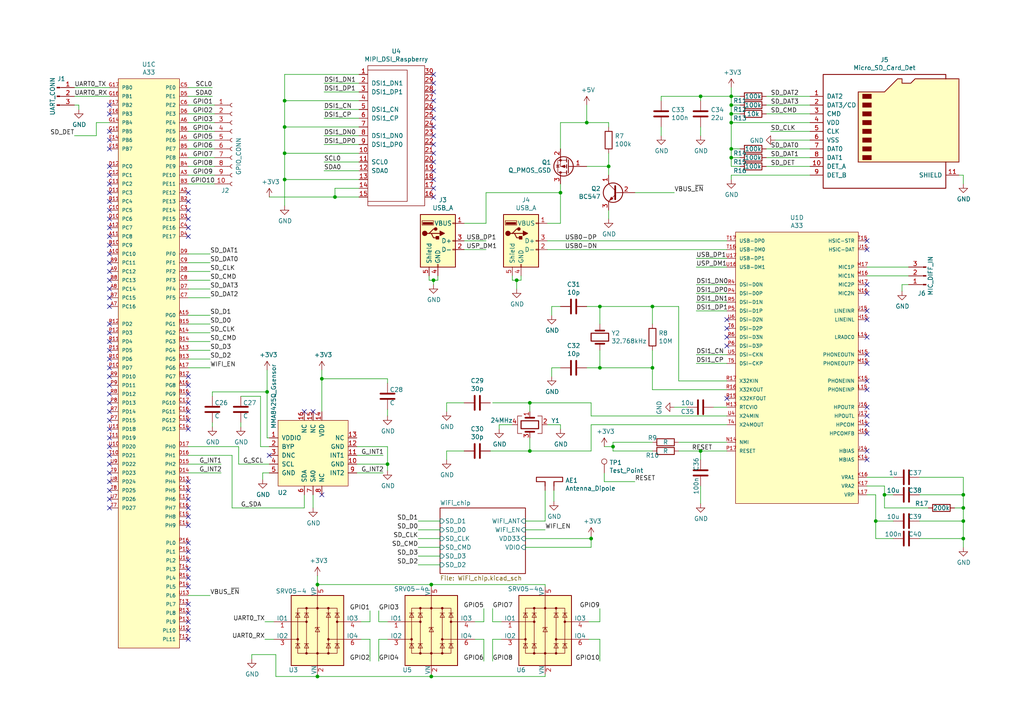
<source format=kicad_sch>
(kicad_sch (version 20211123) (generator eeschema)
  (paper "A4")
  (junction (at 212.09 30.48))
  (junction (at 162.56 55.88))
  (junction (at 82.55 36.83))
  (junction (at 212.09 33.02))
  (junction (at 203.2 27.94))
  (junction (at 176.53 48.26))
  (junction (at 189.23 88.9))
  (junction (at 125.095 196.215))
  (junction (at 92.075 196.215))
  (junction (at 112.395 134.62))
  (junction (at 279.4 156.21))
  (junction (at 212.09 45.72))
  (junction (at 203.2 130.81))
  (junction (at 177.8 129.54))
  (junction (at 173.99 106.68))
  (junction (at 93.345 109.855))
  (junction (at 125.095 169.545))
  (junction (at 77.47 113.665))
  (junction (at 149.86 81.28))
  (junction (at 170.18 35.56))
  (junction (at 82.55 52.07))
  (junction (at 97.155 57.15))
  (junction (at 212.09 35.56))
  (junction (at 153.67 130.81))
  (junction (at 212.09 27.94))
  (junction (at 173.99 88.9))
  (junction (at 212.09 43.18))
  (junction (at 92.075 169.545))
  (junction (at 279.4 143.51))
  (junction (at 125.73 81.28))
  (junction (at 189.23 106.68))
  (junction (at 254 151.13))
  (junction (at 153.67 116.84))
  (junction (at 279.4 147.32))
  (junction (at 82.55 44.45))
  (junction (at 171.45 156.21))
  (junction (at 256.54 143.51))
  (junction (at 82.55 29.21))
  (junction (at 279.4 151.13))
  (no_connect (at 125.73 21.59))
  (no_connect (at 54.61 185.42))
  (no_connect (at 54.61 116.84))
  (no_connect (at 31.75 106.68))
  (no_connect (at 125.73 24.13))
  (no_connect (at 251.46 92.71))
  (no_connect (at 90.805 119.38))
  (no_connect (at 251.46 123.19))
  (no_connect (at 93.345 143.51))
  (no_connect (at 125.73 34.29))
  (no_connect (at 31.75 116.84))
  (no_connect (at 31.75 96.52))
  (no_connect (at 54.61 142.24))
  (no_connect (at 31.75 147.32))
  (no_connect (at 31.75 58.42))
  (no_connect (at 31.75 81.28))
  (no_connect (at 31.75 78.74))
  (no_connect (at 251.46 105.41))
  (no_connect (at 31.75 73.66))
  (no_connect (at 54.61 63.5))
  (no_connect (at 31.75 33.02))
  (no_connect (at 54.61 111.76))
  (no_connect (at 125.73 29.21))
  (no_connect (at 251.46 130.81))
  (no_connect (at 31.75 129.54))
  (no_connect (at 31.75 60.96))
  (no_connect (at 54.61 119.38))
  (no_connect (at 31.75 50.8))
  (no_connect (at 31.75 93.98))
  (no_connect (at 54.61 162.56))
  (no_connect (at 54.61 121.92))
  (no_connect (at 54.61 149.86))
  (no_connect (at 31.75 83.82))
  (no_connect (at 78.105 132.08))
  (no_connect (at 54.61 66.04))
  (no_connect (at 125.73 31.75))
  (no_connect (at 31.75 48.26))
  (no_connect (at 31.75 142.24))
  (no_connect (at 125.73 44.45))
  (no_connect (at 251.46 133.35))
  (no_connect (at 31.75 76.2))
  (no_connect (at 31.75 111.76))
  (no_connect (at 31.75 40.64))
  (no_connect (at 31.75 43.18))
  (no_connect (at 31.75 124.46))
  (no_connect (at 54.61 58.42))
  (no_connect (at 54.61 114.3))
  (no_connect (at 125.73 57.15))
  (no_connect (at 54.61 157.48))
  (no_connect (at 251.46 72.39))
  (no_connect (at 251.46 125.73))
  (no_connect (at 54.61 175.26))
  (no_connect (at 210.82 115.57))
  (no_connect (at 251.46 85.09))
  (no_connect (at 54.61 55.88))
  (no_connect (at 54.61 109.22))
  (no_connect (at 210.82 100.33))
  (no_connect (at 31.75 144.78))
  (no_connect (at 54.61 68.58))
  (no_connect (at 88.265 119.38))
  (no_connect (at 31.75 63.5))
  (no_connect (at 54.61 160.02))
  (no_connect (at 31.75 38.1))
  (no_connect (at 251.46 113.03))
  (no_connect (at 125.73 54.61))
  (no_connect (at 31.75 101.6))
  (no_connect (at 31.75 132.08))
  (no_connect (at 54.61 170.18))
  (no_connect (at 251.46 90.17))
  (no_connect (at 54.61 180.34))
  (no_connect (at 125.73 49.53))
  (no_connect (at 251.46 102.87))
  (no_connect (at 31.75 119.38))
  (no_connect (at 210.82 95.25))
  (no_connect (at 31.75 88.9))
  (no_connect (at 31.75 53.34))
  (no_connect (at 54.61 165.1))
  (no_connect (at 54.61 167.64))
  (no_connect (at 210.82 97.79))
  (no_connect (at 251.46 110.49))
  (no_connect (at 54.61 152.4))
  (no_connect (at 54.61 147.32))
  (no_connect (at 31.75 134.62))
  (no_connect (at 251.46 120.65))
  (no_connect (at 31.75 66.04))
  (no_connect (at 210.82 92.71))
  (no_connect (at 251.46 69.85))
  (no_connect (at 31.75 71.12))
  (no_connect (at 125.73 41.91))
  (no_connect (at 31.75 86.36))
  (no_connect (at 54.61 182.88))
  (no_connect (at 31.75 104.14))
  (no_connect (at 251.46 118.11))
  (no_connect (at 31.75 30.48))
  (no_connect (at 54.61 139.7))
  (no_connect (at 125.73 26.67))
  (no_connect (at 125.73 52.07))
  (no_connect (at 31.75 114.3))
  (no_connect (at 125.73 46.99))
  (no_connect (at 31.75 99.06))
  (no_connect (at 54.61 124.46))
  (no_connect (at 31.75 68.58))
  (no_connect (at 31.75 139.7))
  (no_connect (at 125.73 39.37))
  (no_connect (at 31.75 55.88))
  (no_connect (at 54.61 144.78))
  (no_connect (at 54.61 177.8))
  (no_connect (at 54.61 60.96))
  (no_connect (at 31.75 121.92))
  (no_connect (at 251.46 97.79))
  (no_connect (at 31.75 137.16))
  (no_connect (at 31.75 127))
  (no_connect (at 31.75 109.22))
  (no_connect (at 125.73 36.83))
  (no_connect (at 251.46 82.55))
  (wire (pts (xy 158.115 170.18) (xy 158.115 169.545)))
  (wire (pts (xy 153.67 127) (xy 153.67 130.81)))
  (wire (pts (xy 104.775 180.34) (xy 107.315 180.34)))
  (wire (pts (xy 224.79 40.64) (xy 234.95 40.64)))
  (wire (pts (xy 214.63 27.94) (xy 212.09 27.94)))
  (wire (pts (xy 92.075 169.545) (xy 92.075 170.18)))
  (wire (pts (xy 212.09 45.72) (xy 212.09 48.26)))
  (wire (pts (xy 142.875 116.84) (xy 153.67 116.84)))
  (wire (pts (xy 54.61 48.26) (xy 62.23 48.26)))
  (wire (pts (xy 212.09 25.4) (xy 212.09 27.94)))
  (wire (pts (xy 145.415 185.42) (xy 142.875 185.42)))
  (wire (pts (xy 107.315 185.42) (xy 107.315 191.77)))
  (wire (pts (xy 88.265 143.51) (xy 88.265 147.32)))
  (wire (pts (xy 93.345 107.315) (xy 93.345 109.855)))
  (wire (pts (xy 212.09 48.26) (xy 214.63 48.26)))
  (wire (pts (xy 104.14 54.61) (xy 97.155 54.61)))
  (wire (pts (xy 203.2 140.97) (xy 203.2 146.05)))
  (wire (pts (xy 54.61 129.54) (xy 69.215 129.54)))
  (wire (pts (xy 21.59 25.4) (xy 31.75 25.4)))
  (wire (pts (xy 222.25 33.02) (xy 234.95 33.02)))
  (wire (pts (xy 104.14 46.99) (xy 93.98 46.99)))
  (wire (pts (xy 222.25 48.26) (xy 234.95 48.26)))
  (wire (pts (xy 203.2 36.83) (xy 203.2 39.37)))
  (wire (pts (xy 77.47 107.315) (xy 77.47 113.665)))
  (wire (pts (xy 158.75 69.85) (xy 210.82 69.85)))
  (wire (pts (xy 184.15 139.7) (xy 175.26 139.7)))
  (wire (pts (xy 210.82 110.49) (xy 196.85 110.49)))
  (wire (pts (xy 77.47 127) (xy 78.105 127)))
  (wire (pts (xy 256.54 147.32) (xy 269.24 147.32)))
  (wire (pts (xy 175.26 139.7) (xy 175.26 137.16)))
  (wire (pts (xy 170.815 180.34) (xy 173.99 180.34)))
  (wire (pts (xy 189.23 128.27) (xy 177.8 128.27)))
  (wire (pts (xy 214.63 33.02) (xy 212.09 33.02)))
  (wire (pts (xy 171.45 116.84) (xy 153.67 116.84)))
  (wire (pts (xy 129.54 133.35) (xy 129.54 130.81)))
  (wire (pts (xy 162.56 55.88) (xy 162.56 64.77)))
  (wire (pts (xy 112.395 118.745) (xy 112.395 120.65)))
  (wire (pts (xy 177.8 129.54) (xy 177.8 130.81)))
  (wire (pts (xy 82.55 29.21) (xy 104.14 29.21)))
  (wire (pts (xy 127.635 151.13) (xy 121.285 151.13)))
  (wire (pts (xy 109.855 185.42) (xy 109.855 191.77)))
  (wire (pts (xy 137.795 180.34) (xy 140.335 180.34)))
  (wire (pts (xy 144.78 123.19) (xy 144.78 124.46)))
  (wire (pts (xy 158.75 72.39) (xy 210.82 72.39)))
  (wire (pts (xy 80.01 196.215) (xy 92.075 196.215)))
  (wire (pts (xy 210.82 128.27) (xy 196.85 128.27)))
  (wire (pts (xy 210.82 82.55) (xy 201.93 82.55)))
  (wire (pts (xy 61.595 114.935) (xy 61.595 113.665)))
  (wire (pts (xy 54.61 96.52) (xy 60.96 96.52)))
  (wire (pts (xy 124.46 81.28) (xy 125.73 81.28)))
  (wire (pts (xy 203.2 133.35) (xy 203.2 130.81)))
  (wire (pts (xy 104.14 49.53) (xy 93.98 49.53)))
  (wire (pts (xy 54.61 76.2) (xy 60.96 76.2)))
  (wire (pts (xy 76.2 137.16) (xy 76.2 139.065)))
  (wire (pts (xy 54.61 50.8) (xy 62.23 50.8)))
  (wire (pts (xy 210.82 130.81) (xy 203.2 130.81)))
  (wire (pts (xy 129.54 116.84) (xy 134.62 116.84)))
  (wire (pts (xy 54.61 137.16) (xy 64.135 137.16)))
  (wire (pts (xy 254 156.21) (xy 259.08 156.21)))
  (wire (pts (xy 152.4 158.75) (xy 171.45 158.75)))
  (wire (pts (xy 214.63 43.18) (xy 212.09 43.18)))
  (wire (pts (xy 234.95 38.1) (xy 223.52 38.1)))
  (wire (pts (xy 112.395 180.34) (xy 109.855 180.34)))
  (wire (pts (xy 97.155 54.61) (xy 97.155 57.15)))
  (wire (pts (xy 134.62 64.77) (xy 140.97 64.77)))
  (wire (pts (xy 127.635 163.83) (xy 121.285 163.83)))
  (wire (pts (xy 69.85 123.825) (xy 69.85 122.555)))
  (wire (pts (xy 214.63 45.72) (xy 212.09 45.72)))
  (wire (pts (xy 191.77 27.94) (xy 191.77 29.21)))
  (wire (pts (xy 82.55 36.83) (xy 104.14 36.83)))
  (wire (pts (xy 104.14 39.37) (xy 93.98 39.37)))
  (wire (pts (xy 104.14 26.67) (xy 93.98 26.67)))
  (wire (pts (xy 279.4 50.8) (xy 279.4 53.34)))
  (wire (pts (xy 152.4 153.67) (xy 158.115 153.67)))
  (wire (pts (xy 82.55 21.59) (xy 104.14 21.59)))
  (wire (pts (xy 112.395 129.54) (xy 112.395 134.62)))
  (wire (pts (xy 162.56 53.34) (xy 162.56 55.88)))
  (wire (pts (xy 170.18 30.48) (xy 170.18 35.56)))
  (wire (pts (xy 279.4 143.51) (xy 279.4 147.32)))
  (wire (pts (xy 142.875 176.53) (xy 142.875 180.34)))
  (wire (pts (xy 54.61 27.94) (xy 61.595 27.94)))
  (wire (pts (xy 129.54 119.38) (xy 129.54 116.84)))
  (wire (pts (xy 251.46 140.97) (xy 256.54 140.97)))
  (wire (pts (xy 173.99 88.9) (xy 189.23 88.9)))
  (wire (pts (xy 170.18 106.68) (xy 173.99 106.68)))
  (wire (pts (xy 107.315 177.165) (xy 107.315 180.34)))
  (wire (pts (xy 203.2 130.81) (xy 196.85 130.81)))
  (wire (pts (xy 171.45 123.19) (xy 171.45 130.81)))
  (wire (pts (xy 125.095 196.215) (xy 158.115 196.215)))
  (wire (pts (xy 148.59 81.28) (xy 149.86 81.28)))
  (wire (pts (xy 177.8 129.54) (xy 175.26 129.54)))
  (wire (pts (xy 134.62 69.85) (xy 140.97 69.85)))
  (wire (pts (xy 54.61 40.64) (xy 62.23 40.64)))
  (wire (pts (xy 54.61 134.62) (xy 64.135 134.62)))
  (wire (pts (xy 73.025 189.865) (xy 80.01 189.865)))
  (wire (pts (xy 127.635 153.67) (xy 121.285 153.67)))
  (wire (pts (xy 256.54 143.51) (xy 256.54 147.32)))
  (wire (pts (xy 184.15 55.88) (xy 195.58 55.88)))
  (wire (pts (xy 134.62 72.39) (xy 140.97 72.39)))
  (wire (pts (xy 104.14 24.13) (xy 93.98 24.13)))
  (wire (pts (xy 173.99 176.53) (xy 173.99 180.34)))
  (wire (pts (xy 162.56 35.56) (xy 170.18 35.56)))
  (wire (pts (xy 54.61 104.14) (xy 60.96 104.14)))
  (wire (pts (xy 210.82 74.93) (xy 201.93 74.93)))
  (wire (pts (xy 69.215 129.54) (xy 69.215 134.62)))
  (wire (pts (xy 210.82 77.47) (xy 201.93 77.47)))
  (wire (pts (xy 214.63 30.48) (xy 212.09 30.48)))
  (wire (pts (xy 54.61 78.74) (xy 60.96 78.74)))
  (wire (pts (xy 279.4 138.43) (xy 279.4 143.51)))
  (wire (pts (xy 82.55 59.69) (xy 82.55 52.07)))
  (wire (pts (xy 173.99 106.68) (xy 189.23 106.68)))
  (wire (pts (xy 251.46 138.43) (xy 259.08 138.43)))
  (wire (pts (xy 21.59 27.94) (xy 31.75 27.94)))
  (wire (pts (xy 103.505 132.08) (xy 111.125 132.08)))
  (wire (pts (xy 210.82 113.03) (xy 189.23 113.03)))
  (wire (pts (xy 212.09 50.8) (xy 234.95 50.8)))
  (wire (pts (xy 176.53 35.56) (xy 176.53 36.83)))
  (wire (pts (xy 196.85 110.49) (xy 196.85 88.9)))
  (wire (pts (xy 54.61 81.28) (xy 60.96 81.28)))
  (wire (pts (xy 54.61 83.82) (xy 60.96 83.82)))
  (wire (pts (xy 140.97 55.88) (xy 162.56 55.88)))
  (wire (pts (xy 27.94 39.37) (xy 27.94 35.56)))
  (wire (pts (xy 171.45 130.81) (xy 153.67 130.81)))
  (wire (pts (xy 54.61 45.72) (xy 62.23 45.72)))
  (wire (pts (xy 54.61 35.56) (xy 62.23 35.56)))
  (wire (pts (xy 82.55 29.21) (xy 82.55 21.59)))
  (wire (pts (xy 171.45 120.65) (xy 171.45 116.84)))
  (wire (pts (xy 152.4 156.21) (xy 171.45 156.21)))
  (wire (pts (xy 21.59 39.37) (xy 27.94 39.37)))
  (wire (pts (xy 276.86 147.32) (xy 279.4 147.32)))
  (wire (pts (xy 158.115 142.24) (xy 158.115 151.13)))
  (wire (pts (xy 54.61 33.02) (xy 62.23 33.02)))
  (wire (pts (xy 266.7 156.21) (xy 279.4 156.21)))
  (wire (pts (xy 177.8 128.27) (xy 177.8 129.54)))
  (wire (pts (xy 177.8 130.81) (xy 189.23 130.81)))
  (wire (pts (xy 266.7 143.51) (xy 279.4 143.51)))
  (wire (pts (xy 170.18 88.9) (xy 173.99 88.9)))
  (wire (pts (xy 61.595 113.665) (xy 77.47 113.665)))
  (wire (pts (xy 170.815 185.42) (xy 173.99 185.42)))
  (wire (pts (xy 104.14 31.75) (xy 93.98 31.75)))
  (wire (pts (xy 173.99 93.98) (xy 173.99 88.9)))
  (wire (pts (xy 54.61 106.68) (xy 60.96 106.68)))
  (wire (pts (xy 27.94 35.56) (xy 31.75 35.56)))
  (wire (pts (xy 261.62 84.455) (xy 261.62 82.55)))
  (wire (pts (xy 142.24 130.81) (xy 153.67 130.81)))
  (wire (pts (xy 127.635 158.75) (xy 121.285 158.75)))
  (wire (pts (xy 212.09 52.07) (xy 212.09 50.8)))
  (wire (pts (xy 145.415 180.34) (xy 142.875 180.34)))
  (wire (pts (xy 54.61 73.66) (xy 60.96 73.66)))
  (wire (pts (xy 261.62 82.55) (xy 263.525 82.55)))
  (wire (pts (xy 266.7 138.43) (xy 279.4 138.43)))
  (wire (pts (xy 92.075 167.005) (xy 92.075 169.545)))
  (wire (pts (xy 212.09 35.56) (xy 234.95 35.56)))
  (wire (pts (xy 125.095 170.18) (xy 125.095 169.545)))
  (wire (pts (xy 125.095 169.545) (xy 92.075 169.545)))
  (wire (pts (xy 189.23 88.9) (xy 196.85 88.9)))
  (wire (pts (xy 75.565 114.935) (xy 69.85 114.935)))
  (wire (pts (xy 127 81.28) (xy 127 80.01)))
  (wire (pts (xy 149.86 81.28) (xy 151.13 81.28)))
  (wire (pts (xy 210.82 102.87) (xy 201.93 102.87)))
  (wire (pts (xy 162.56 106.68) (xy 160.02 106.68)))
  (wire (pts (xy 212.09 33.02) (xy 212.09 35.56)))
  (wire (pts (xy 104.14 34.29) (xy 93.98 34.29)))
  (wire (pts (xy 254 143.51) (xy 254 151.13)))
  (wire (pts (xy 75.565 129.54) (xy 75.565 114.935)))
  (wire (pts (xy 82.55 52.07) (xy 82.55 44.45)))
  (wire (pts (xy 54.61 25.4) (xy 61.595 25.4)))
  (wire (pts (xy 160.02 88.9) (xy 160.02 91.44)))
  (wire (pts (xy 112.395 185.42) (xy 109.855 185.42)))
  (wire (pts (xy 73.025 191.135) (xy 73.025 189.865)))
  (wire (pts (xy 129.54 130.81) (xy 134.62 130.81)))
  (wire (pts (xy 140.335 176.53) (xy 140.335 180.34)))
  (wire (pts (xy 158.75 123.19) (xy 162.56 123.19)))
  (wire (pts (xy 78.105 129.54) (xy 75.565 129.54)))
  (wire (pts (xy 69.215 134.62) (xy 78.105 134.62)))
  (wire (pts (xy 212.09 30.48) (xy 212.09 27.94)))
  (wire (pts (xy 195.58 118.11) (xy 199.39 118.11)))
  (wire (pts (xy 191.77 36.83) (xy 191.77 39.37)))
  (wire (pts (xy 266.7 151.13) (xy 279.4 151.13)))
  (wire (pts (xy 256.54 140.97) (xy 256.54 143.51)))
  (wire (pts (xy 54.61 101.6) (xy 60.96 101.6)))
  (wire (pts (xy 171.45 156.21) (xy 171.45 155.575)))
  (wire (pts (xy 189.23 113.03) (xy 189.23 106.68)))
  (wire (pts (xy 160.02 106.68) (xy 160.02 109.22)))
  (wire (pts (xy 151.13 81.28) (xy 151.13 80.01)))
  (wire (pts (xy 148.59 123.19) (xy 144.78 123.19)))
  (wire (pts (xy 137.795 185.42) (xy 140.335 185.42)))
  (wire (pts (xy 212.09 35.56) (xy 212.09 43.18)))
  (wire (pts (xy 251.46 77.47) (xy 263.525 77.47)))
  (wire (pts (xy 104.775 185.42) (xy 107.315 185.42)))
  (wire (pts (xy 210.82 87.63) (xy 201.93 87.63)))
  (wire (pts (xy 54.61 43.18) (xy 62.23 43.18)))
  (wire (pts (xy 67.31 147.32) (xy 88.265 147.32)))
  (wire (pts (xy 78.105 137.16) (xy 76.2 137.16)))
  (wire (pts (xy 160.655 145.415) (xy 160.655 142.24)))
  (wire (pts (xy 176.53 60.96) (xy 176.53 63.5)))
  (wire (pts (xy 153.67 119.38) (xy 153.67 116.84)))
  (wire (pts (xy 80.01 189.865) (xy 80.01 196.215)))
  (wire (pts (xy 278.13 50.8) (xy 279.4 50.8)))
  (wire (pts (xy 189.23 88.9) (xy 189.23 93.98)))
  (wire (pts (xy 158.115 196.215) (xy 158.115 195.58)))
  (wire (pts (xy 103.505 129.54) (xy 112.395 129.54)))
  (wire (pts (xy 140.97 64.77) (xy 140.97 55.88)))
  (wire (pts (xy 222.25 30.48) (xy 234.95 30.48)))
  (wire (pts (xy 21.59 30.48) (xy 22.86 30.48)))
  (wire (pts (xy 158.115 169.545) (xy 125.095 169.545)))
  (wire (pts (xy 171.45 158.75) (xy 171.45 156.21)))
  (wire (pts (xy 82.55 44.45) (xy 104.14 44.45)))
  (wire (pts (xy 256.54 143.51) (xy 259.08 143.51)))
  (wire (pts (xy 67.31 132.08) (xy 54.61 132.08)))
  (wire (pts (xy 93.345 109.855) (xy 112.395 109.855)))
  (wire (pts (xy 112.395 134.62) (xy 112.395 136.525)))
  (wire (pts (xy 140.335 185.42) (xy 140.335 191.77)))
  (wire (pts (xy 92.075 195.58) (xy 92.075 196.215)))
  (wire (pts (xy 54.61 53.34) (xy 62.23 53.34)))
  (wire (pts (xy 212.09 43.18) (xy 212.09 45.72)))
  (wire (pts (xy 279.4 156.21) (xy 279.4 158.75)))
  (wire (pts (xy 251.46 80.01) (xy 263.525 80.01)))
  (wire (pts (xy 203.2 27.94) (xy 212.09 27.94)))
  (wire (pts (xy 171.45 123.19) (xy 210.82 123.19)))
  (wire (pts (xy 212.09 33.02) (xy 212.09 30.48)))
  (wire (pts (xy 125.73 82.55) (xy 125.73 81.28)))
  (wire (pts (xy 279.4 147.32) (xy 279.4 151.13)))
  (wire (pts (xy 104.14 52.07) (xy 82.55 52.07)))
  (wire (pts (xy 173.99 101.6) (xy 173.99 106.68)))
  (wire (pts (xy 152.4 151.13) (xy 158.115 151.13)))
  (wire (pts (xy 82.55 36.83) (xy 82.55 29.21)))
  (wire (pts (xy 127.635 161.29) (xy 121.285 161.29)))
  (wire (pts (xy 203.2 27.94) (xy 191.77 27.94)))
  (wire (pts (xy 171.45 120.65) (xy 210.82 120.65)))
  (wire (pts (xy 54.61 91.44) (xy 60.96 91.44)))
  (wire (pts (xy 54.61 172.72) (xy 60.96 172.72)))
  (wire (pts (xy 279.4 151.13) (xy 279.4 156.21)))
  (wire (pts (xy 254 151.13) (xy 254 156.21)))
  (wire (pts (xy 54.61 99.06) (xy 60.96 99.06)))
  (wire (pts (xy 93.345 119.38) (xy 93.345 109.855)))
  (wire (pts (xy 97.155 57.15) (xy 104.14 57.15)))
  (wire (pts (xy 210.82 90.17) (xy 201.93 90.17)))
  (wire (pts (xy 142.875 191.77) (xy 142.875 185.42)))
  (wire (pts (xy 61.595 122.555) (xy 61.595 123.825)))
  (wire (pts (xy 112.395 109.855) (xy 112.395 111.125)))
  (wire (pts (xy 54.61 38.1) (xy 62.23 38.1)))
  (wire (pts (xy 162.56 64.77) (xy 158.75 64.77)))
  (wire (pts (xy 222.25 27.94) (xy 234.95 27.94)))
  (wire (pts (xy 162.56 43.18) (xy 162.56 35.56)))
  (wire (pts (xy 109.855 177.165) (xy 109.855 180.34)))
  (wire (pts (xy 162.56 123.19) (xy 162.56 124.46)))
  (wire (pts (xy 148.59 80.01) (xy 148.59 81.28)))
  (wire (pts (xy 189.23 106.68) (xy 189.23 101.6)))
  (wire (pts (xy 103.505 134.62) (xy 112.395 134.62)))
  (wire (pts (xy 54.61 93.98) (xy 60.96 93.98)))
  (wire (pts (xy 103.505 137.16) (xy 111.125 137.16)))
  (wire (pts (xy 176.53 48.26) (xy 176.53 50.8)))
  (wire (pts (xy 254 151.13) (xy 259.08 151.13)))
  (wire (pts (xy 92.075 196.215) (xy 125.095 196.215)))
  (wire (pts (xy 22.86 30.48) (xy 22.86 31.75)))
  (wire (pts (xy 251.46 143.51) (xy 254 143.51)))
  (wire (pts (xy 79.375 185.42) (xy 76.835 185.42)))
  (wire (pts (xy 125.73 81.28) (xy 127 81.28)))
  (wire (pts (xy 104.14 41.91) (xy 93.98 41.91)))
  (wire (pts (xy 125.095 195.58) (xy 125.095 196.215)))
  (wire (pts (xy 170.18 48.26) (xy 176.53 48.26)))
  (wire (pts (xy 176.53 44.45) (xy 176.53 48.26)))
  (wire (pts (xy 210.82 85.09) (xy 201.93 85.09)))
  (wire (pts (xy 79.375 180.34) (xy 76.835 180.34)))
  (wire (pts (xy 149.86 83.82) (xy 149.86 81.28)))
  (wire (pts (xy 203.2 29.21) (xy 203.2 27.94)))
  (wire (pts (xy 90.805 143.51) (xy 90.805 147.32)))
  (wire (pts (xy 210.82 105.41) (xy 201.93 105.41)))
  (wire (pts (xy 67.31 132.08) (xy 67.31 147.32)))
  (wire (pts (xy 77.47 113.665) (xy 77.47 127)))
  (wire (pts (xy 170.18 35.56) (xy 176.53 35.56)))
  (wire (pts (xy 54.61 86.36) (xy 60.96 86.36)))
  (wire (pts (xy 124.46 80.01) (xy 124.46 81.28)))
  (wire (pts (xy 127.635 156.21) (xy 121.285 156.21)))
  (wire (pts (xy 82.55 44.45) (xy 82.55 36.83)))
  (wire (pts (xy 173.99 191.77) (xy 173.99 185.42)))
  (wire (pts (xy 222.25 43.18) (xy 234.95 43.18)))
  (wire (pts (xy 222.25 45.72) (xy 234.95 45.72)))
  (wire (pts (xy 162.56 88.9) (xy 160.02 88.9)))
  (wire (pts (xy 78.105 57.15) (xy 97.155 57.15)))
  (wire (pts (xy 54.61 30.48) (xy 62.23 30.48)))
  (wire (pts (xy 210.82 118.11) (xy 207.01 118.11)))
  (label "VBUS_~{EN}" (at 60.96 172.72 0))
  (label "GPIO7" (at 142.875 176.53 0))
  (label "USB_DP1" (at 135.255 69.85 0))
  (label "UART0_TX" (at 76.835 180.34 180))
  (label "USB_DP1" (at 201.93 74.93 0))
  (label "UART0_RX" (at 76.835 185.42 180))
  (label "DSI1_DP1" (at 93.98 26.67 0))
  (label "DSI1_DN0" (at 201.93 82.55 0))
  (label "SD_DAT2" (at 60.96 86.36 0))
  (label "SD_DET" (at 223.52 48.26 0))
  (label "VBUS_~{EN}" (at 195.58 55.88 0))
  (label "DSI1_DN1" (at 201.93 87.63 0))
  (label "GPIO6" (at 140.335 191.77 180))
  (label "DSI1_DP0" (at 201.93 85.09 0))
  (label "SD_DAT0" (at 60.96 76.2 0))
  (label "GPIO1" (at 107.315 177.165 180))
  (label "DSI1_DP0" (at 93.98 41.91 0))
  (label "UART0_RX" (at 21.59 27.94 0))
  (label "GPIO10" (at 55.245 53.34 0))
  (label "SD_CMD" (at 60.96 99.06 0))
  (label "SD_DET" (at 21.59 39.37 180))
  (label "UART0_TX" (at 21.59 25.4 0))
  (label "WIFI_EN" (at 158.115 153.67 0))
  (label "RESET" (at 184.15 139.7 0))
  (label "SD_DAT1" (at 60.96 73.66 0))
  (label "G_INT2" (at 104.775 137.16 0))
  (label "SD_CLK" (at 60.96 78.74 0))
  (label "G_INT2" (at 57.785 137.16 0))
  (label "DSI1_DN1" (at 93.98 24.13 0))
  (label "DSI1_CP" (at 93.98 34.29 0))
  (label "WIFI_EN" (at 60.96 106.68 0))
  (label "SCL0" (at 93.98 46.99 0))
  (label "DSI1_CN" (at 201.93 102.87 0))
  (label "SD_DAT1" (at 223.52 45.72 0))
  (label "SD_D1" (at 60.96 91.44 0))
  (label "USB0-DN" (at 163.83 72.39 0))
  (label "USB0-DP" (at 163.83 69.85 0))
  (label "GPIO4" (at 109.855 191.77 0))
  (label "RESET" (at 200.66 130.81 0))
  (label "SD_D1" (at 121.285 151.13 180))
  (label "SD_D3" (at 121.285 161.29 180))
  (label "SD_D3" (at 60.96 101.6 0))
  (label "SDA0" (at 93.98 49.53 0))
  (label "SD_DAT3" (at 60.96 83.82 0))
  (label "SD_D0" (at 121.285 153.67 180))
  (label "SD_DAT0" (at 223.52 43.18 0))
  (label "GPIO1" (at 55.88 30.48 0))
  (label "GPIO3" (at 109.855 177.165 0))
  (label "SD_CLK" (at 60.96 96.52 0))
  (label "SD_DAT2" (at 223.52 27.94 0))
  (label "G_INT1" (at 104.775 132.08 0))
  (label "SD_CMD" (at 60.96 81.28 0))
  (label "SD_CLK" (at 223.52 38.1 0))
  (label "SD_CMD" (at 223.52 33.02 0))
  (label "GPIO10" (at 173.99 191.77 180))
  (label "USP_DM1" (at 135.255 72.39 0))
  (label "SD_D0" (at 60.96 93.98 0))
  (label "GPIO6" (at 55.88 43.18 0))
  (label "GPIO5" (at 140.335 176.53 180))
  (label "USP_DM1" (at 201.93 77.47 0))
  (label "GPIO2" (at 55.88 33.02 0))
  (label "DSI1_DN0" (at 93.98 39.37 0))
  (label "GPIO8" (at 142.875 191.77 0))
  (label "GPIO9" (at 55.88 50.8 0))
  (label "GPIO9" (at 173.99 176.53 180))
  (label "DSI1_DP1" (at 201.93 90.17 0))
  (label "SD_CMD" (at 121.285 158.75 180))
  (label "G_SCL" (at 70.485 134.62 0))
  (label "SD_D2" (at 121.285 163.83 180))
  (label "GPIO5" (at 55.88 40.64 0))
  (label "GPIO4" (at 55.88 38.1 0))
  (label "SCL0" (at 61.595 25.4 180))
  (label "SD_D2" (at 60.96 104.14 0))
  (label "SD_DAT3" (at 223.52 30.48 0))
  (label "GPIO3" (at 55.88 35.56 0))
  (label "G_SDA" (at 69.85 147.32 0))
  (label "SDA0" (at 61.595 27.94 180))
  (label "G_INT1" (at 57.785 134.62 0))
  (label "GPIO2" (at 107.315 191.77 180))
  (label "GPIO7" (at 55.88 45.72 0))
  (label "GPIO8" (at 55.88 48.26 0))
  (label "SD_CLK" (at 121.285 156.21 180))
  (label "DSI1_CN" (at 93.98 31.75 0))
  (label "DSI1_CP" (at 201.93 105.41 0))
  (symbol (lib_id "Linux-capable-PCB-KiCAD-rescue:R-device") (at 218.44 27.94 270) (unit 1)
    (property "Reference" "R11" (at 214.63 29.21 90))
    (property "Value" "100k" (at 218.44 27.94 90))
    (property "Footprint" "Resistor_SMD:R_0603_1608Metric" (effects hide))
  )
  (symbol (lib_id "Linux-capable-PCB-KiCAD-rescue:R-device") (at 218.44 30.48 270) (unit 1)
    (property "Reference" "R12" (at 214.63 31.75 90))
    (property "Value" "100k" (at 218.44 30.48 90))
    (property "Footprint" "Resistor_SMD:R_0603_1608Metric" (effects hide))
  )
  (symbol (lib_id "Linux-capable-PCB-KiCAD-rescue:R-device") (at 218.44 33.02 270) (unit 1)
    (property "Reference" "R13" (at 214.63 34.29 90))
    (property "Value" "10k" (at 218.44 33.02 90))
    (property "Footprint" "Resistor_SMD:R_0603_1608Metric" (effects hide))
  )
  (symbol (lib_id "Linux-capable-PCB-KiCAD-rescue:R-device") (at 218.44 48.26 270) (unit 1)
    (property "Reference" "R16" (at 214.63 49.53 90))
    (property "Value" "100k" (at 218.44 48.26 90))
    (property "Footprint" "Resistor_SMD:R_0603_1608Metric" (effects hide))
  )
  (symbol (lib_id "Linux-capable-PCB-KiCAD-rescue:R-device") (at 218.44 45.72 270) (unit 1)
    (property "Reference" "R15" (at 214.63 46.99 90))
    (property "Value" "100k" (at 218.44 45.72 90))
    (property "Footprint" "Resistor_SMD:R_0603_1608Metric" (effects hide))
  )
  (symbol (lib_id "Linux-capable-PCB-KiCAD-rescue:R-device") (at 218.44 43.18 270) (unit 1)
    (property "Reference" "R14" (at 214.63 44.45 90))
    (property "Value" "100k" (at 218.44 43.18 90))
    (property "Footprint" "Resistor_SMD:R_0603_1608Metric" (effects hide))
  )
  (symbol (lib_id "Linux-capable-PCB-KiCAD-rescue:C-device") (at 203.2 33.02 0) (unit 1)
    (property "Reference" "C34" (at 206.121 31.8516 0) (effects (justify left)))
    (property "Value" "22u" (at 206.121 34.163 0) (effects (justify left)))
    (property "Footprint" "Capacitor_SMD:C_0603_1608Metric" (effects hide))
  )
  (symbol (lib_id "Linux-capable-PCB-KiCAD-rescue:C-device") (at 191.77 33.02 0) (unit 1)
    (property "Reference" "C33" (at 194.691 31.8516 0) (effects (justify left)))
    (property "Value" "100n" (at 194.691 34.163 0) (effects (justify left)))
    (property "Footprint" "Capacitor_SMD:C_0603_1608Metric" (effects hide))
  )
  (symbol (lib_id "power:GND") (at 212.09 52.07 0) (unit 1)
    (property "Reference" "#PWR0145" (effects hide))
    (property "Value" "GND" (at 212.217 56.4642 0))
  )
  (symbol (lib_id "power:GND") (at 224.79 40.64 270) (unit 1)
    (property "Reference" "#PWR0146" (effects hide))
    (property "Value" "GND" (at 221.5388 40.767 90) (effects (justify right)))
  )
  (symbol (lib_id "power:GND") (at 191.77 39.37 0) (unit 1)
    (property "Reference" "#PWR0147" (effects hide))
    (property "Value" "GND" (at 191.897 43.7642 0))
  )
  (symbol (lib_id "power:GND") (at 203.2 39.37 0) (unit 1)
    (property "Reference" "#PWR0148" (effects hide))
    (property "Value" "GND" (at 203.327 43.7642 0))
  )
  (symbol (lib_id "power:GND") (at 279.4 53.34 0) (unit 1)
    (property "Reference" "#PWR0149" (effects hide))
    (property "Value" "GND" (at 279.527 57.7342 0))
  )
  (symbol (lib_id "Linux-capable-PCB-KiCAD-rescue:C-device") (at 262.89 138.43 270) (unit 1)
    (property "Reference" "C37" (at 265.43 137.16 90))
    (property "Value" "1u" (at 259.08 137.16 90))
    (property "Footprint" "Capacitor_SMD:C_0603_1608Metric" (effects hide))
  )
  (symbol (lib_id "Linux-capable-PCB-KiCAD-rescue:C-device") (at 262.89 143.51 270) (unit 1)
    (property "Reference" "C38" (at 265.43 142.24 90))
    (property "Value" "10u" (at 259.08 142.24 90))
    (property "Footprint" "Capacitor_SMD:C_0603_1608Metric" (effects hide))
  )
  (symbol (lib_id "Linux-capable-PCB-KiCAD-rescue:C-device") (at 262.89 151.13 270) (unit 1)
    (property "Reference" "C39" (at 265.43 149.86 90))
    (property "Value" "10u" (at 259.08 149.86 90))
    (property "Footprint" "Capacitor_SMD:C_0603_1608Metric" (effects hide))
  )
  (symbol (lib_id "Linux-capable-PCB-KiCAD-rescue:C-device") (at 262.89 156.21 270) (unit 1)
    (property "Reference" "C40" (at 265.43 154.94 90))
    (property "Value" "100n" (at 259.08 154.94 90))
    (property "Footprint" "Capacitor_SMD:C_0603_1608Metric" (effects hide))
  )
  (symbol (lib_id "Linux-capable-PCB-KiCAD-rescue:R-device") (at 273.05 147.32 270) (unit 1)
    (property "Reference" "R17" (at 267.335 146.05 90))
    (property "Value" "200k" (at 273.05 147.32 90))
    (property "Footprint" "Resistor_SMD:R_0603_1608Metric" (effects hide))
  )
  (symbol (lib_id "Connector:Conn_01x03_Male") (at 16.51 27.94 0) (unit 1)
    (property "Reference" "J1" (at 17.78 22.86 0))
    (property "Value" "UART_CONN" (at 15.24 27.94 90))
    (property "Footprint" "Connector_PinHeader_2.54mm:PinHeader_1x03_P2.54mm_Vertical" (effects hide))
  )
  (symbol (lib_id "power:GND") (at 279.4 158.75 0) (unit 1)
    (property "Reference" "#PWR0150" (effects hide))
    (property "Value" "GND" (at 279.527 163.1442 0))
  )
  (symbol (lib_id "power:GND") (at 22.86 31.75 0) (unit 1)
    (property "Reference" "#PWR0151" (effects hide))
    (property "Value" "GND" (at 22.987 36.1442 0))
  )
  (symbol (lib_id "Linux-capable-PCB-KiCAD-rescue:USB_A-Connector") (at 151.13 69.85 0)
    (property "Reference" "J4" (at 152.5778 57.9882 0))
    (property "Value" "USB_A" (at 152.5778 60.2996 0))
    (property "Footprint" "Connector_USB:USB_Micro-B_Molex-105017-0001" (effects hide))
  )
  (symbol (lib_id "power:GND") (at 149.86 83.82 0) (unit 1)
    (property "Reference" "#PWR0152" (effects hide))
    (property "Value" "GND" (at 149.987 88.2142 0))
  )
  (symbol (lib_id "Linux-capable-PCB-KiCAD-rescue:Q_PMOS_GSD-device") (at 165.1 48.26 180) (unit 1)
    (property "Reference" "Q1" (at 159.893 47.0916 0) (effects (justify left)))
    (property "Value" "Q_PMOS_GSD" (at 159.893 49.403 0) (effects (justify left)))
  )
  (symbol (lib_id "Linux-capable-PCB-KiCAD-rescue:BC547-Transistor") (at 179.07 55.88 0) (mirror y) (unit 1)
    (property "Reference" "Q2" (at 174.2186 54.7116 0) (effects (justify left)))
    (property "Value" "BC547" (at 174.2186 57.023 0) (effects (justify left)))
    (property "Footprint" "TO_SOT_Packages_THT:TO-92_Molded_Narrow" (effects hide))
    (property "Datasheet" "http://www.fairchildsemi.com/ds/BC/BC547.pdf" (effects hide))
  )
  (symbol (lib_id "power:GND") (at 176.53 63.5 0) (unit 1)
    (property "Reference" "#PWR0153" (effects hide))
    (property "Value" "GND" (at 176.657 67.8942 0))
  )
  (symbol (lib_id "Linux-capable-PCB-KiCAD-rescue:R-device") (at 176.53 40.64 180) (unit 1)
    (property "Reference" "R7" (at 178.308 39.4716 0) (effects (justify right)))
    (property "Value" "100k" (at 178.308 41.783 0) (effects (justify right)))
    (property "Footprint" "Resistor_SMD:R_0603_1608Metric" (effects hide))
  )
  (symbol (lib_id "power:+5V") (at 170.18 30.48 0) (unit 1)
    (property "Reference" "#PWR0154" (effects hide))
    (property "Value" "+5V" (at 170.561 26.0858 0))
  )
  (symbol (lib_id "Linux-capable-PCB-KiCAD-rescue:C-device") (at 203.2 137.16 0) (unit 1)
    (property "Reference" "C36" (at 201.93 134.62 90))
    (property "Value" "100n" (at 201.93 140.97 90))
    (property "Footprint" "Capacitor_SMD:C_0603_1608Metric" (effects hide))
  )
  (symbol (lib_id "power:GND") (at 203.2 146.05 0) (unit 1)
    (property "Reference" "#PWR0155" (effects hide))
    (property "Value" "GND" (at 203.327 150.4442 0))
  )
  (symbol (lib_id "Linux-capable-PCB-KiCAD-rescue:R-device") (at 193.04 130.81 270) (unit 1)
    (property "Reference" "R10" (at 189.23 132.08 90))
    (property "Value" "R" (at 193.04 130.81 90))
    (property "Footprint" "Resistor_SMD:R_0603_1608Metric" (effects hide))
  )
  (symbol (lib_id "Linux-capable-PCB-KiCAD-rescue:R-device") (at 193.04 128.27 270) (unit 1)
    (property "Reference" "R9" (at 189.23 127 90))
    (property "Value" "R" (at 193.04 128.27 90))
    (property "Footprint" "Resistor_SMD:R_0603_1608Metric" (effects hide))
  )
  (symbol (lib_id "power:+3V3") (at 175.26 129.54 0) (unit 1)
    (property "Reference" "#PWR0156" (effects hide))
    (property "Value" "+3V3" (at 175.641 125.1458 0))
  )
  (symbol (lib_id "Linux-capable-PCB-KiCAD-rescue:Test_Point-Connector") (at 175.26 137.16 0) (unit 1)
    (property "Reference" "TP1" (at 176.7332 134.1628 0) (effects (justify left)))
    (property "Value" "Test_Point" (at 176.7332 136.4742 0) (effects (justify left)))
    (property "Footprint" "TestPoint:TestPoint_Pad_1.0x1.0mm" (effects hide))
  )
  (symbol (lib_id "Linux-capable-PCB-KiCAD-rescue:C-device") (at 203.2 118.11 270) (unit 1)
    (property "Reference" "C35" (at 199.39 119.38 90))
    (property "Value" "10u" (at 199.39 116.84 90))
    (property "Footprint" "Capacitor_SMD:C_0603_1608Metric" (effects hide))
  )
  (symbol (lib_id "power:GND") (at 195.58 118.11 270) (unit 1)
    (property "Reference" "#PWR0157" (effects hide))
    (property "Value" "GND" (at 191.1858 118.237 0))
  )
  (symbol (lib_id "Linux-capable-PCB-KiCAD-rescue:Crystal_GND24-device") (at 153.67 123.19 270) (unit 1)
    (property "Reference" "Y1" (at 159.8676 122.0216 90) (effects (justify left)))
    (property "Value" "24MHz" (at 142.24 121.92 90) (effects (justify left)))
    (property "Footprint" "Crystal:Crystal_SMD_EuroQuartz_MJ-4Pin_5.0x3.2mm" (effects hide))
  )
  (symbol (lib_id "power:GND") (at 162.56 124.46 0) (unit 1)
    (property "Reference" "#PWR0158" (effects hide))
    (property "Value" "GND" (at 162.687 128.8542 0))
  )
  (symbol (lib_id "power:GND") (at 144.78 124.46 0) (unit 1)
    (property "Reference" "#PWR0159" (effects hide))
    (property "Value" "GND" (at 144.907 128.8542 0))
  )
  (symbol (lib_id "Linux-capable-PCB-KiCAD-rescue:C-device") (at 138.43 116.84 270) (unit 1)
    (property "Reference" "C29" (at 138.43 110.4392 90))
    (property "Value" "30p" (at 138.43 112.7506 90))
    (property "Footprint" "Capacitor_SMD:C_0603_1608Metric" (effects hide))
  )
  (symbol (lib_id "Linux-capable-PCB-KiCAD-rescue:C-device") (at 138.43 130.81 270) (unit 1)
    (property "Reference" "C30" (at 138.43 124.4092 90))
    (property "Value" "30p" (at 138.43 126.7206 90))
    (property "Footprint" "Capacitor_SMD:C_0603_1608Metric" (effects hide))
  )
  (symbol (lib_id "power:GND") (at 129.54 119.38 0) (unit 1)
    (property "Reference" "#PWR0160" (effects hide))
    (property "Value" "GND" (at 129.667 123.7742 0))
  )
  (symbol (lib_id "power:GND") (at 129.54 133.35 0) (unit 1)
    (property "Reference" "#PWR0161" (effects hide))
    (property "Value" "GND" (at 129.667 137.7442 0))
  )
  (symbol (lib_id "Linux-capable-PCB-KiCAD-rescue:Crystal-device") (at 173.99 97.79 270) (unit 1)
    (property "Reference" "Y2" (at 177.3174 96.6216 90) (effects (justify left)))
    (property "Value" "32.768kHz" (at 177.3174 98.933 90) (effects (justify left)))
    (property "Footprint" "Crystal:Crystal_SMD_EuroQuartz_MJ-4Pin_5.0x3.2mm" (effects hide))
  )
  (symbol (lib_id "Linux-capable-PCB-KiCAD-rescue:R-device") (at 189.23 97.79 0) (unit 1)
    (property "Reference" "R8" (at 191.008 96.6216 0) (effects (justify left)))
    (property "Value" "10M" (at 191.008 98.933 0) (effects (justify left)))
    (property "Footprint" "Resistor_SMD:R_0603_1608Metric" (effects hide))
  )
  (symbol (lib_id "Linux-capable-PCB-KiCAD-rescue:C-device") (at 166.37 88.9 270) (unit 1)
    (property "Reference" "C31" (at 166.37 82.4992 90))
    (property "Value" "10p" (at 166.37 84.8106 90))
    (property "Footprint" "Capacitor_SMD:C_0603_1608Metric" (effects hide))
  )
  (symbol (lib_id "Linux-capable-PCB-KiCAD-rescue:C-device") (at 166.37 106.68 270) (unit 1)
    (property "Reference" "C32" (at 166.37 100.2792 90))
    (property "Value" "10p" (at 166.37 102.5906 90))
    (property "Footprint" "Capacitor_SMD:C_0603_1608Metric" (effects hide))
  )
  (symbol (lib_id "power:GND") (at 160.02 91.44 0) (unit 1)
    (property "Reference" "#PWR0162" (effects hide))
    (property "Value" "GND" (at 160.147 95.8342 0))
  )
  (symbol (lib_id "power:GND") (at 160.02 109.22 0) (unit 1)
    (property "Reference" "#PWR0163" (effects hide))
    (property "Value" "GND" (at 160.147 113.6142 0))
  )
  (symbol (lib_id "power:+3V3") (at 171.45 155.575 0) (unit 1)
    (property "Reference" "#PWR0164" (effects hide))
    (property "Value" "+3V3" (at 171.831 151.1808 0))
  )
  (symbol (lib_id "Linux-capable-PCB-KiCAD-rescue:Antenna_Dipole-device") (at 158.115 137.16 0) (unit 1)
    (property "Reference" "AE1" (at 163.957 139.3444 0) (effects (justify left)))
    (property "Value" "Antenna_Dipole" (at 163.957 141.6558 0) (effects (justify left)))
    (property "Footprint" "Small2_4GHz_PCB_Antenna:Small2_4GHz_PCB_Antenna" (effects hide))
  )
  (symbol (lib_id "power:GND") (at 160.655 145.415 0) (unit 1)
    (property "Reference" "#PWR0165" (effects hide))
    (property "Value" "GND" (at 160.782 149.8092 0))
  )
  (symbol (lib_id "MIPI_DSI_Raspberry:MIPI_DSI_Raspberry") (at 115.57 40.64 0) (unit 1)
    (property "Reference" "U4" (at 114.935 14.859 0))
    (property "Value" "MIPI_DSI_Raspberry" (at 114.935 17.1704 0))
    (property "Footprint" "Connector_FFC-FPC:Molex_502244-1530_1x15-1MP_P0.5mm_Horizontal" (effects hide))
  )
  (symbol (lib_id "power:GND") (at 82.55 59.69 0) (unit 1)
    (property "Reference" "#PWR0166" (effects hide))
    (property "Value" "GND" (at 82.677 64.0842 0))
  )
  (symbol (lib_id "power:+3V3") (at 78.105 57.15 0) (unit 1)
    (property "Reference" "#PWR0167" (effects hide))
    (property "Value" "+3V3" (at 78.486 52.7558 0))
  )
  (symbol (lib_id "Connector:Conn_01x10_Female") (at 67.31 40.64 0) (unit 1)
    (property "Reference" "J2" (at 64.135 55.245 0) (effects (justify left)))
    (property "Value" "GPIO_CONN" (at 69.215 50.8 90) (effects (justify left)))
    (property "Footprint" "Connector_PinHeader_2.54mm:PinHeader_1x10_P2.54mm_Vertical" (effects hide))
  )
  (symbol (lib_id "power:+3V3") (at 212.09 25.4 0) (unit 1)
    (property "Reference" "#PWR0262" (effects hide))
    (property "Value" "+3V3" (at 212.471 21.0058 0))
  )
  (symbol (lib_id "MMA8425Q_Gsensor:MMA8425Q_Gsensor") (at 90.805 132.08 0) (unit 1)
    (property "Reference" "U2" (at 81.915 142.875 0))
    (property "Value" "MMA8425Q_Gsensor" (at 79.375 114.935 90))
    (property "Footprint" "Package_DFN_QFN:QFN-16-1EP_3x3mm_P0.5mm_EP1.9x1.9mm" (effects hide))
  )
  (symbol (lib_id "power:GND") (at 112.395 136.525 0) (unit 1)
    (property "Reference" "#PWR0168" (effects hide))
    (property "Value" "GND" (at 112.522 140.9192 0))
  )
  (symbol (lib_id "power:GND") (at 76.2 139.065 0) (unit 1)
    (property "Reference" "#PWR0169" (effects hide))
    (property "Value" "GND" (at 76.327 143.4592 0))
  )
  (symbol (lib_id "Linux-capable-PCB-KiCAD-rescue:C-Device") (at 69.85 118.745 0) (unit 1)
    (property "Reference" "C27" (at 70.485 116.84 0) (effects (justify left)))
    (property "Value" "C" (at 70.485 120.65 0) (effects (justify left)))
    (property "Footprint" "Capacitor_SMD:C_0603_1608Metric" (effects hide))
  )
  (symbol (lib_id "Linux-capable-PCB-KiCAD-rescue:C-Device") (at 61.595 118.745 0) (unit 1)
    (property "Reference" "C26" (at 62.23 116.84 0) (effects (justify left)))
    (property "Value" "C" (at 62.23 120.65 0) (effects (justify left)))
    (property "Footprint" "Capacitor_SMD:C_0603_1608Metric" (effects hide))
  )
  (symbol (lib_id "power:GND") (at 61.595 123.825 0) (unit 1)
    (property "Reference" "#PWR0170" (effects hide))
    (property "Value" "GND" (at 61.722 128.2192 0))
  )
  (symbol (lib_id "power:GND") (at 69.85 123.825 0) (unit 1)
    (property "Reference" "#PWR0171" (effects hide))
    (property "Value" "GND" (at 69.977 128.2192 0))
  )
  (symbol (lib_id "Linux-capable-PCB-KiCAD-rescue:C-Device") (at 112.395 114.935 0) (unit 1)
    (property "Reference" "C28" (at 113.03 113.03 0) (effects (justify left)))
    (property "Value" "C" (at 113.03 116.84 0) (effects (justify left)))
    (property "Footprint" "Capacitor_SMD:C_0603_1608Metric" (effects hide))
  )
  (symbol (lib_id "power:GND") (at 112.395 120.65 0) (unit 1)
    (property "Reference" "#PWR0172" (effects hide))
    (property "Value" "GND" (at 112.522 125.0442 0))
  )
  (symbol (lib_id "power:+3V3") (at 93.345 107.315 0) (unit 1)
    (property "Reference" "#PWR0173" (effects hide))
    (property "Value" "+3V3" (at 93.726 102.9208 0))
  )
  (symbol (lib_id "power:+3V3") (at 77.47 107.315 0) (unit 1)
    (property "Reference" "#PWR0174" (effects hide))
    (property "Value" "+3V3" (at 77.851 102.9208 0))
  )
  (symbol (lib_id "power:GND") (at 90.805 147.32 0) (unit 1)
    (property "Reference" "#PWR0175" (effects hide))
    (property "Value" "GND" (at 90.932 151.7142 0))
  )
  (symbol (lib_id "Linux-capable-PCB-KiCAD-rescue:USB_A-Connector") (at 127 69.85 0)
    (property "Reference" "J3" (at 128.4478 57.9882 0))
    (property "Value" "USB_A" (at 128.4478 60.2996 0))
    (property "Footprint" "Connector_USB:USB_Micro-B_Molex-105017-0001" (effects hide))
  )
  (symbol (lib_id "power:GND") (at 125.73 82.55 0) (unit 1)
    (property "Reference" "#PWR0176" (effects hide))
    (property "Value" "GND" (at 125.857 86.9442 0))
  )
  (symbol (lib_id "eec:A33") (at 29.21 25.4 0) (unit 3)
    (property "Reference" "U1" (at 43.18 18.669 0))
    (property "Value" "A33" (at 43.18 20.9804 0))
    (property "Footprint" "eec:Allwinner_Technology_Co.,_Ltd.-A33-0" (effects hide))
    (property "Datasheet" "http://dl.linux-sunxi.org/A33/A33_Datasheet_release1.0.pdf" (effects hide))
    (property "DC Supply Voltage for I/O" "1.8V ~ 3.3V" (effects hide))
    (property "category" "IC" (effects hide))
    (property "ipc land pattern name" "BGA289N80P17X17_1400X1400X129" (effects hide))
    (property "lead free" "yes" (effects hide))
    (property "library id" "f6b937119e25c27a" (effects hide))
    (property "manufacturer" "Allwinner Technology Co., Ltd." (effects hide))
    (property "package" "TFBGA282" (effects hide))
    (property "rohs" "yes" (effects hide))
    (property "temperature range high" "+125°C" (effects hide))
    (property "temperature range low" "-40°C" (effects hide))
  )
  (symbol (lib_id "eec:A33") (at 208.28 69.85 0) (unit 4)
    (property "Reference" "U1" (at 231.14 63.119 0))
    (property "Value" "A33" (at 231.14 65.4304 0))
    (property "Footprint" "eec:Allwinner_Technology_Co.,_Ltd.-A33-0" (effects hide))
    (property "Datasheet" "http://dl.linux-sunxi.org/A33/A33_Datasheet_release1.0.pdf" (effects hide))
    (property "DC Supply Voltage for I/O" "1.8V ~ 3.3V" (effects hide))
    (property "category" "IC" (effects hide))
    (property "ipc land pattern name" "BGA289N80P17X17_1400X1400X129" (effects hide))
    (property "lead free" "yes" (effects hide))
    (property "library id" "f6b937119e25c27a" (effects hide))
    (property "manufacturer" "Allwinner Technology Co., Ltd." (effects hide))
    (property "package" "TFBGA282" (effects hide))
    (property "rohs" "yes" (effects hide))
    (property "temperature range high" "+125°C" (effects hide))
    (property "temperature range low" "-40°C" (effects hide))
  )
  (symbol (lib_id "Linux-capable-PCB-KiCAD-rescue:Micro_SD_Card_Det-Connector") (at 257.81 38.1 0)
    (property "Reference" "J5" (at 256.54 17.3482 0))
    (property "Value" "Micro_SD_Card_Det" (at 256.54 19.6596 0))
    (property "Footprint" "Connector_Card:microSD_HC_Molex_104031-0811" (effects hide))
    (property "Datasheet" "https://www.hirose.com/product/en/download_file/key_name/DM3/category/Catalog/doc_file_id/49662/?file_category_id=4&item_id=195&is_series=1" (effects hide))
  )
  (symbol (lib_id "Connector:Conn_01x03_Male") (at 268.605 80.01 180) (unit 1)
    (property "Reference" "J6" (at 267.335 85.09 0))
    (property "Value" "MIC_DIFF_IN" (at 269.875 80.01 90))
    (property "Footprint" "Connector_PinSocket_2.54mm:PinSocket_1x03_P2.54mm_Vertical" (effects hide))
  )
  (symbol (lib_id "power:GND") (at 261.62 84.455 0) (unit 1)
    (property "Reference" "#PWR0177" (effects hide))
    (property "Value" "GND" (at 261.747 88.8492 0))
  )
  (symbol (lib_id "Linux-capable-PCB-KiCAD-rescue:SRV05-4-Power_Protection") (at 92.075 182.88 0) (unit 1)
    (property "Reference" "U3" (at 85.09 194.31 0))
    (property "Value" "SRV05-4" (at 84.455 171.45 0))
    (property "Footprint" "Package_TO_SOT_SMD:SOT-23-6" (effects hide))
    (property "Datasheet" "http://www.onsemi.com/pub/Collateral/SRV05-4-D.PDF" (effects hide))
  )
  (symbol (lib_id "Linux-capable-PCB-KiCAD-rescue:SRV05-4-Power_Protection") (at 125.095 182.88 0) (unit 1)
    (property "Reference" "U5" (at 118.11 194.31 0))
    (property "Value" "SRV05-4" (at 118.745 170.815 0))
    (property "Footprint" "Package_TO_SOT_SMD:SOT-23-6" (effects hide))
    (property "Datasheet" "http://www.onsemi.com/pub/Collateral/SRV05-4-D.PDF" (effects hide))
  )
  (symbol (lib_id "Linux-capable-PCB-KiCAD-rescue:SRV05-4-Power_Protection") (at 158.115 182.88 0) (unit 1)
    (property "Reference" "U6" (at 151.13 194.31 0))
    (property "Value" "SRV05-4" (at 151.765 170.815 0))
    (property "Footprint" "Package_TO_SOT_SMD:SOT-23-6" (effects hide))
    (property "Datasheet" "http://www.onsemi.com/pub/Collateral/SRV05-4-D.PDF" (effects hide))
  )
  (symbol (lib_id "power:+3V3") (at 92.075 167.005 0) (unit 1)
    (property "Reference" "#PWR0178" (effects hide))
    (property "Value" "+3V3" (at 92.456 162.6108 0))
  )
  (symbol (lib_id "power:GND") (at 73.025 191.135 0) (unit 1)
    (property "Reference" "#PWR0179" (effects hide))
    (property "Value" "GND" (at 73.152 195.5292 0))
  )
  (sheet (at 127.635 147.32) (size 24.765 19.05)
    (property "Sheet name" "WiFi_chip" (at 127.635 146.6084 0) (effects (justify left bottom)))
    (property "Sheet file" "WiFi_chip.kicad_sch" (at 127.635 166.9546 0) (effects (justify left top)))
    (pin "SD_D1" input (at 127.635 151.13 180))
    (pin "SD_D0" input (at 127.635 153.67 180))
    (pin "SD_CLK" input (at 127.635 156.21 180))
    (pin "SD_CMD" input (at 127.635 158.75 180))
    (pin "SD_D3" input (at 127.635 161.29 180))
    (pin "SD_D2" input (at 127.635 163.83 180))
    (pin "WIFI_ANT" input (at 152.4 151.13 0))
    (pin "WIFI_EN" input (at 152.4 153.67 0))
    (pin "VDD33" input (at 152.4 156.21 0))
    (pin "VDIO" input (at 152.4 158.75 0))
  )
)
</source>
